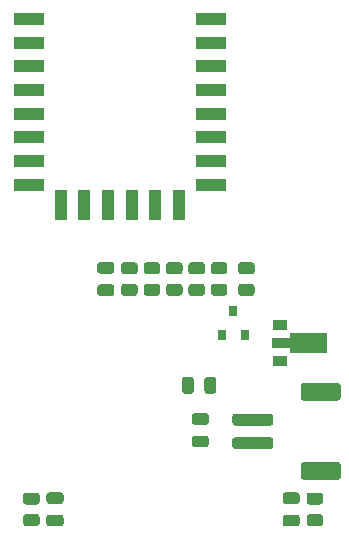
<source format=gtp>
G04 #@! TF.GenerationSoftware,KiCad,Pcbnew,5.99.0+really5.1.10+dfsg1-1*
G04 #@! TF.CreationDate,2022-07-07T23:47:34+02:00*
G04 #@! TF.ProjectId,sensorbox-battery-powered,73656e73-6f72-4626-9f78-2d6261747465,rev?*
G04 #@! TF.SameCoordinates,Original*
G04 #@! TF.FileFunction,Paste,Top*
G04 #@! TF.FilePolarity,Positive*
%FSLAX46Y46*%
G04 Gerber Fmt 4.6, Leading zero omitted, Abs format (unit mm)*
G04 Created by KiCad (PCBNEW 5.99.0+really5.1.10+dfsg1-1) date 2022-07-07 23:47:34*
%MOMM*%
%LPD*%
G01*
G04 APERTURE LIST*
%ADD10R,0.800000X0.900000*%
%ADD11R,1.100000X2.500000*%
%ADD12R,2.500000X1.100000*%
%ADD13C,0.100000*%
%ADD14R,1.300000X0.900000*%
G04 APERTURE END LIST*
G36*
G01*
X28950000Y-34800000D02*
X26050000Y-34800000D01*
G75*
G02*
X25800000Y-34550000I0J250000D01*
G01*
X25800000Y-33550000D01*
G75*
G02*
X26050000Y-33300000I250000J0D01*
G01*
X28950000Y-33300000D01*
G75*
G02*
X29200000Y-33550000I0J-250000D01*
G01*
X29200000Y-34550000D01*
G75*
G02*
X28950000Y-34800000I-250000J0D01*
G01*
G37*
G36*
G01*
X28950000Y-41500000D02*
X26050000Y-41500000D01*
G75*
G02*
X25800000Y-41250000I0J250000D01*
G01*
X25800000Y-40250000D01*
G75*
G02*
X26050000Y-40000000I250000J0D01*
G01*
X28950000Y-40000000D01*
G75*
G02*
X29200000Y-40250000I0J-250000D01*
G01*
X29200000Y-41250000D01*
G75*
G02*
X28950000Y-41500000I-250000J0D01*
G01*
G37*
G36*
G01*
X23250000Y-36900000D02*
X20250000Y-36900000D01*
G75*
G02*
X20000000Y-36650000I0J250000D01*
G01*
X20000000Y-36150000D01*
G75*
G02*
X20250000Y-35900000I250000J0D01*
G01*
X23250000Y-35900000D01*
G75*
G02*
X23500000Y-36150000I0J-250000D01*
G01*
X23500000Y-36650000D01*
G75*
G02*
X23250000Y-36900000I-250000J0D01*
G01*
G37*
G36*
G01*
X23250000Y-38900000D02*
X20250000Y-38900000D01*
G75*
G02*
X20000000Y-38650000I0J250000D01*
G01*
X20000000Y-38150000D01*
G75*
G02*
X20250000Y-37900000I250000J0D01*
G01*
X23250000Y-37900000D01*
G75*
G02*
X23500000Y-38150000I0J-250000D01*
G01*
X23500000Y-38650000D01*
G75*
G02*
X23250000Y-38900000I-250000J0D01*
G01*
G37*
G36*
G01*
X21650001Y-24100000D02*
X20749999Y-24100000D01*
G75*
G02*
X20500000Y-23850001I0J249999D01*
G01*
X20500000Y-23324999D01*
G75*
G02*
X20749999Y-23075000I249999J0D01*
G01*
X21650001Y-23075000D01*
G75*
G02*
X21900000Y-23324999I0J-249999D01*
G01*
X21900000Y-23850001D01*
G75*
G02*
X21650001Y-24100000I-249999J0D01*
G01*
G37*
G36*
G01*
X21650001Y-25925000D02*
X20749999Y-25925000D01*
G75*
G02*
X20500000Y-25675001I0J249999D01*
G01*
X20500000Y-25149999D01*
G75*
G02*
X20749999Y-24900000I249999J0D01*
G01*
X21650001Y-24900000D01*
G75*
G02*
X21900000Y-25149999I0J-249999D01*
G01*
X21900000Y-25675001D01*
G75*
G02*
X21650001Y-25925000I-249999J0D01*
G01*
G37*
D10*
X20100000Y-27200000D03*
X21050000Y-29200000D03*
X19150000Y-29200000D03*
G36*
G01*
X16549999Y-24900000D02*
X17450001Y-24900000D01*
G75*
G02*
X17700000Y-25149999I0J-249999D01*
G01*
X17700000Y-25675001D01*
G75*
G02*
X17450001Y-25925000I-249999J0D01*
G01*
X16549999Y-25925000D01*
G75*
G02*
X16300000Y-25675001I0J249999D01*
G01*
X16300000Y-25149999D01*
G75*
G02*
X16549999Y-24900000I249999J0D01*
G01*
G37*
G36*
G01*
X16549999Y-23075000D02*
X17450001Y-23075000D01*
G75*
G02*
X17700000Y-23324999I0J-249999D01*
G01*
X17700000Y-23850001D01*
G75*
G02*
X17450001Y-24100000I-249999J0D01*
G01*
X16549999Y-24100000D01*
G75*
G02*
X16300000Y-23850001I0J249999D01*
G01*
X16300000Y-23324999D01*
G75*
G02*
X16549999Y-23075000I249999J0D01*
G01*
G37*
G36*
G01*
X19350001Y-24100000D02*
X18449999Y-24100000D01*
G75*
G02*
X18200000Y-23850001I0J249999D01*
G01*
X18200000Y-23324999D01*
G75*
G02*
X18449999Y-23075000I249999J0D01*
G01*
X19350001Y-23075000D01*
G75*
G02*
X19600000Y-23324999I0J-249999D01*
G01*
X19600000Y-23850001D01*
G75*
G02*
X19350001Y-24100000I-249999J0D01*
G01*
G37*
G36*
G01*
X19350001Y-25925000D02*
X18449999Y-25925000D01*
G75*
G02*
X18200000Y-25675001I0J249999D01*
G01*
X18200000Y-25149999D01*
G75*
G02*
X18449999Y-24900000I249999J0D01*
G01*
X19350001Y-24900000D01*
G75*
G02*
X19600000Y-25149999I0J-249999D01*
G01*
X19600000Y-25675001D01*
G75*
G02*
X19350001Y-25925000I-249999J0D01*
G01*
G37*
D11*
X15490000Y-18200000D03*
X13490000Y-18200000D03*
X11490000Y-18200000D03*
X9490000Y-18200000D03*
X7490000Y-18200000D03*
X5490000Y-18200000D03*
D12*
X18200000Y-2500000D03*
X18200000Y-4500000D03*
X18200000Y-6500000D03*
X18200000Y-8500000D03*
X18200000Y-10500000D03*
X18200000Y-12500000D03*
X18200000Y-14500000D03*
X18200000Y-16500000D03*
X2800000Y-16500000D03*
X2800000Y-14500000D03*
X2800000Y-12500000D03*
X2800000Y-10500000D03*
X2800000Y-8500000D03*
X2800000Y-6500000D03*
X2800000Y-4500000D03*
X2800000Y-2500000D03*
G36*
G01*
X5475000Y-43550000D02*
X4525000Y-43550000D01*
G75*
G02*
X4275000Y-43300000I0J250000D01*
G01*
X4275000Y-42800000D01*
G75*
G02*
X4525000Y-42550000I250000J0D01*
G01*
X5475000Y-42550000D01*
G75*
G02*
X5725000Y-42800000I0J-250000D01*
G01*
X5725000Y-43300000D01*
G75*
G02*
X5475000Y-43550000I-250000J0D01*
G01*
G37*
G36*
G01*
X5475000Y-45450000D02*
X4525000Y-45450000D01*
G75*
G02*
X4275000Y-45200000I0J250000D01*
G01*
X4275000Y-44700000D01*
G75*
G02*
X4525000Y-44450000I250000J0D01*
G01*
X5475000Y-44450000D01*
G75*
G02*
X5725000Y-44700000I0J-250000D01*
G01*
X5725000Y-45200000D01*
G75*
G02*
X5475000Y-45450000I-250000J0D01*
G01*
G37*
G36*
G01*
X3450001Y-43600000D02*
X2549999Y-43600000D01*
G75*
G02*
X2300000Y-43350001I0J249999D01*
G01*
X2300000Y-42824999D01*
G75*
G02*
X2549999Y-42575000I249999J0D01*
G01*
X3450001Y-42575000D01*
G75*
G02*
X3700000Y-42824999I0J-249999D01*
G01*
X3700000Y-43350001D01*
G75*
G02*
X3450001Y-43600000I-249999J0D01*
G01*
G37*
G36*
G01*
X3450001Y-45425000D02*
X2549999Y-45425000D01*
G75*
G02*
X2300000Y-45175001I0J249999D01*
G01*
X2300000Y-44649999D01*
G75*
G02*
X2549999Y-44400000I249999J0D01*
G01*
X3450001Y-44400000D01*
G75*
G02*
X3700000Y-44649999I0J-249999D01*
G01*
X3700000Y-45175001D01*
G75*
G02*
X3450001Y-45425000I-249999J0D01*
G01*
G37*
G36*
G01*
X25475000Y-43550000D02*
X24525000Y-43550000D01*
G75*
G02*
X24275000Y-43300000I0J250000D01*
G01*
X24275000Y-42800000D01*
G75*
G02*
X24525000Y-42550000I250000J0D01*
G01*
X25475000Y-42550000D01*
G75*
G02*
X25725000Y-42800000I0J-250000D01*
G01*
X25725000Y-43300000D01*
G75*
G02*
X25475000Y-43550000I-250000J0D01*
G01*
G37*
G36*
G01*
X25475000Y-45450000D02*
X24525000Y-45450000D01*
G75*
G02*
X24275000Y-45200000I0J250000D01*
G01*
X24275000Y-44700000D01*
G75*
G02*
X24525000Y-44450000I250000J0D01*
G01*
X25475000Y-44450000D01*
G75*
G02*
X25725000Y-44700000I0J-250000D01*
G01*
X25725000Y-45200000D01*
G75*
G02*
X25475000Y-45450000I-250000J0D01*
G01*
G37*
D13*
G36*
X28000000Y-30766500D02*
G01*
X24875000Y-30766500D01*
X24875000Y-30350000D01*
X23400000Y-30350000D01*
X23400000Y-29450000D01*
X24875000Y-29450000D01*
X24875000Y-29033500D01*
X28000000Y-29033500D01*
X28000000Y-30766500D01*
G37*
D14*
X24050000Y-31400000D03*
X24050000Y-28400000D03*
G36*
G01*
X17775000Y-36850000D02*
X16825000Y-36850000D01*
G75*
G02*
X16575000Y-36600000I0J250000D01*
G01*
X16575000Y-36100000D01*
G75*
G02*
X16825000Y-35850000I250000J0D01*
G01*
X17775000Y-35850000D01*
G75*
G02*
X18025000Y-36100000I0J-250000D01*
G01*
X18025000Y-36600000D01*
G75*
G02*
X17775000Y-36850000I-250000J0D01*
G01*
G37*
G36*
G01*
X17775000Y-38750000D02*
X16825000Y-38750000D01*
G75*
G02*
X16575000Y-38500000I0J250000D01*
G01*
X16575000Y-38000000D01*
G75*
G02*
X16825000Y-37750000I250000J0D01*
G01*
X17775000Y-37750000D01*
G75*
G02*
X18025000Y-38000000I0J-250000D01*
G01*
X18025000Y-38500000D01*
G75*
G02*
X17775000Y-38750000I-250000J0D01*
G01*
G37*
G36*
G01*
X16750000Y-33025000D02*
X16750000Y-33975000D01*
G75*
G02*
X16500000Y-34225000I-250000J0D01*
G01*
X16000000Y-34225000D01*
G75*
G02*
X15750000Y-33975000I0J250000D01*
G01*
X15750000Y-33025000D01*
G75*
G02*
X16000000Y-32775000I250000J0D01*
G01*
X16500000Y-32775000D01*
G75*
G02*
X16750000Y-33025000I0J-250000D01*
G01*
G37*
G36*
G01*
X18650000Y-33025000D02*
X18650000Y-33975000D01*
G75*
G02*
X18400000Y-34225000I-250000J0D01*
G01*
X17900000Y-34225000D01*
G75*
G02*
X17650000Y-33975000I0J250000D01*
G01*
X17650000Y-33025000D01*
G75*
G02*
X17900000Y-32775000I250000J0D01*
G01*
X18400000Y-32775000D01*
G75*
G02*
X18650000Y-33025000I0J-250000D01*
G01*
G37*
G36*
G01*
X13650001Y-24100000D02*
X12749999Y-24100000D01*
G75*
G02*
X12500000Y-23850001I0J249999D01*
G01*
X12500000Y-23324999D01*
G75*
G02*
X12749999Y-23075000I249999J0D01*
G01*
X13650001Y-23075000D01*
G75*
G02*
X13900000Y-23324999I0J-249999D01*
G01*
X13900000Y-23850001D01*
G75*
G02*
X13650001Y-24100000I-249999J0D01*
G01*
G37*
G36*
G01*
X13650001Y-25925000D02*
X12749999Y-25925000D01*
G75*
G02*
X12500000Y-25675001I0J249999D01*
G01*
X12500000Y-25149999D01*
G75*
G02*
X12749999Y-24900000I249999J0D01*
G01*
X13650001Y-24900000D01*
G75*
G02*
X13900000Y-25149999I0J-249999D01*
G01*
X13900000Y-25675001D01*
G75*
G02*
X13650001Y-25925000I-249999J0D01*
G01*
G37*
G36*
G01*
X8825000Y-24950000D02*
X9775000Y-24950000D01*
G75*
G02*
X10025000Y-25200000I0J-250000D01*
G01*
X10025000Y-25700000D01*
G75*
G02*
X9775000Y-25950000I-250000J0D01*
G01*
X8825000Y-25950000D01*
G75*
G02*
X8575000Y-25700000I0J250000D01*
G01*
X8575000Y-25200000D01*
G75*
G02*
X8825000Y-24950000I250000J0D01*
G01*
G37*
G36*
G01*
X8825000Y-23050000D02*
X9775000Y-23050000D01*
G75*
G02*
X10025000Y-23300000I0J-250000D01*
G01*
X10025000Y-23800000D01*
G75*
G02*
X9775000Y-24050000I-250000J0D01*
G01*
X8825000Y-24050000D01*
G75*
G02*
X8575000Y-23800000I0J250000D01*
G01*
X8575000Y-23300000D01*
G75*
G02*
X8825000Y-23050000I250000J0D01*
G01*
G37*
G36*
G01*
X15550001Y-24100000D02*
X14649999Y-24100000D01*
G75*
G02*
X14400000Y-23850001I0J249999D01*
G01*
X14400000Y-23324999D01*
G75*
G02*
X14649999Y-23075000I249999J0D01*
G01*
X15550001Y-23075000D01*
G75*
G02*
X15800000Y-23324999I0J-249999D01*
G01*
X15800000Y-23850001D01*
G75*
G02*
X15550001Y-24100000I-249999J0D01*
G01*
G37*
G36*
G01*
X15550001Y-25925000D02*
X14649999Y-25925000D01*
G75*
G02*
X14400000Y-25675001I0J249999D01*
G01*
X14400000Y-25149999D01*
G75*
G02*
X14649999Y-24900000I249999J0D01*
G01*
X15550001Y-24900000D01*
G75*
G02*
X15800000Y-25149999I0J-249999D01*
G01*
X15800000Y-25675001D01*
G75*
G02*
X15550001Y-25925000I-249999J0D01*
G01*
G37*
G36*
G01*
X10849999Y-24900000D02*
X11750001Y-24900000D01*
G75*
G02*
X12000000Y-25149999I0J-249999D01*
G01*
X12000000Y-25675001D01*
G75*
G02*
X11750001Y-25925000I-249999J0D01*
G01*
X10849999Y-25925000D01*
G75*
G02*
X10600000Y-25675001I0J249999D01*
G01*
X10600000Y-25149999D01*
G75*
G02*
X10849999Y-24900000I249999J0D01*
G01*
G37*
G36*
G01*
X10849999Y-23075000D02*
X11750001Y-23075000D01*
G75*
G02*
X12000000Y-23324999I0J-249999D01*
G01*
X12000000Y-23850001D01*
G75*
G02*
X11750001Y-24100000I-249999J0D01*
G01*
X10849999Y-24100000D01*
G75*
G02*
X10600000Y-23850001I0J249999D01*
G01*
X10600000Y-23324999D01*
G75*
G02*
X10849999Y-23075000I249999J0D01*
G01*
G37*
G36*
G01*
X26549999Y-44400000D02*
X27450001Y-44400000D01*
G75*
G02*
X27700000Y-44649999I0J-249999D01*
G01*
X27700000Y-45175001D01*
G75*
G02*
X27450001Y-45425000I-249999J0D01*
G01*
X26549999Y-45425000D01*
G75*
G02*
X26300000Y-45175001I0J249999D01*
G01*
X26300000Y-44649999D01*
G75*
G02*
X26549999Y-44400000I249999J0D01*
G01*
G37*
G36*
G01*
X26549999Y-42575000D02*
X27450001Y-42575000D01*
G75*
G02*
X27700000Y-42824999I0J-249999D01*
G01*
X27700000Y-43350001D01*
G75*
G02*
X27450001Y-43600000I-249999J0D01*
G01*
X26549999Y-43600000D01*
G75*
G02*
X26300000Y-43350001I0J249999D01*
G01*
X26300000Y-42824999D01*
G75*
G02*
X26549999Y-42575000I249999J0D01*
G01*
G37*
M02*

</source>
